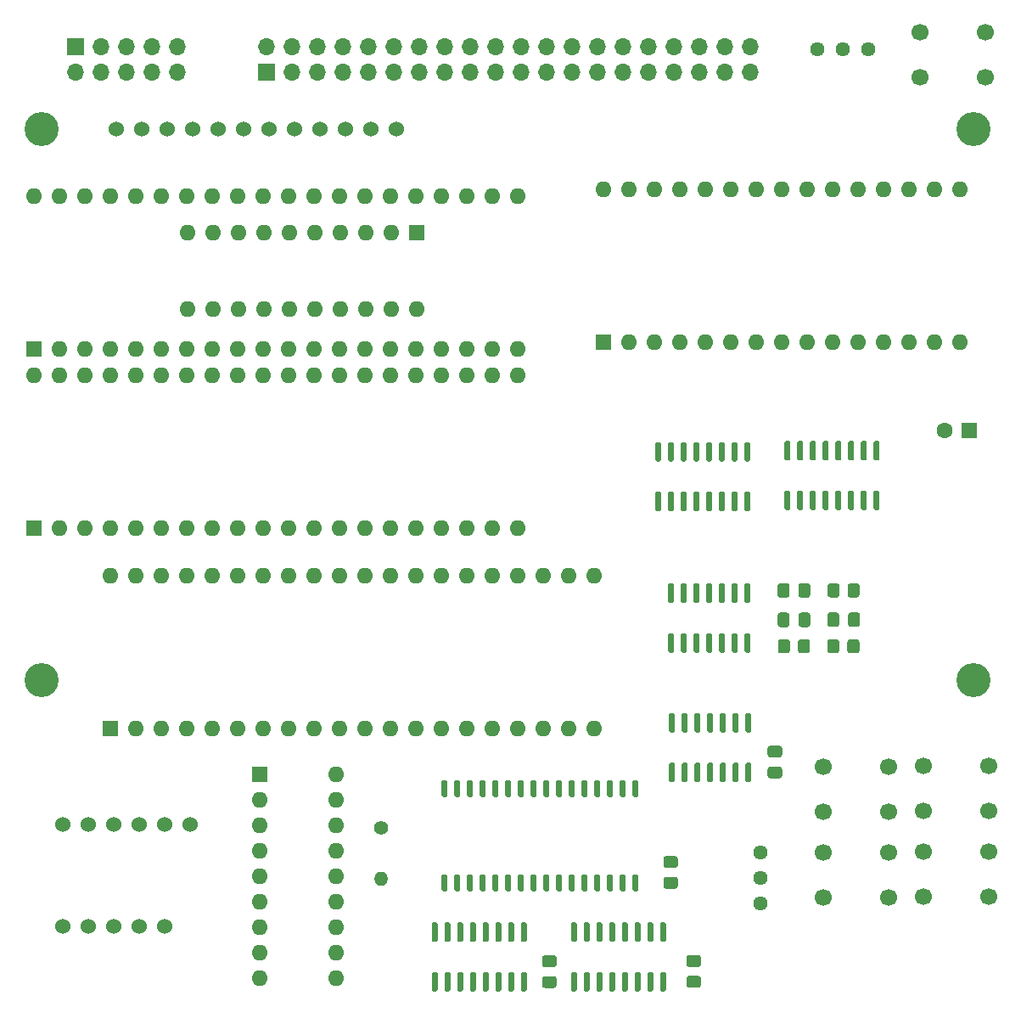
<source format=gbr>
%TF.GenerationSoftware,KiCad,Pcbnew,(5.1.7)-1*%
%TF.CreationDate,2020-12-26T11:55:58+01:00*%
%TF.ProjectId,sbc6526,73626336-3532-4362-9e6b-696361645f70,rev?*%
%TF.SameCoordinates,Original*%
%TF.FileFunction,Soldermask,Top*%
%TF.FilePolarity,Negative*%
%FSLAX46Y46*%
G04 Gerber Fmt 4.6, Leading zero omitted, Abs format (unit mm)*
G04 Created by KiCad (PCBNEW (5.1.7)-1) date 2020-12-26 11:55:58*
%MOMM*%
%LPD*%
G01*
G04 APERTURE LIST*
%ADD10O,1.600000X1.600000*%
%ADD11R,1.600000X1.600000*%
%ADD12C,3.400000*%
%ADD13C,1.524000*%
%ADD14O,1.700000X1.700000*%
%ADD15R,1.700000X1.700000*%
%ADD16C,1.440000*%
%ADD17C,1.600000*%
%ADD18O,1.400000X1.400000*%
%ADD19C,1.400000*%
%ADD20C,1.700000*%
G04 APERTURE END LIST*
D10*
%TO.C,U3*%
X110325000Y-106450000D03*
X158585000Y-121690000D03*
X112865000Y-106450000D03*
X156045000Y-121690000D03*
X115405000Y-106450000D03*
X153505000Y-121690000D03*
X117945000Y-106450000D03*
X150965000Y-121690000D03*
X120485000Y-106450000D03*
X148425000Y-121690000D03*
X123025000Y-106450000D03*
X145885000Y-121690000D03*
X125565000Y-106450000D03*
X143345000Y-121690000D03*
X128105000Y-106450000D03*
X140805000Y-121690000D03*
X130645000Y-106450000D03*
X138265000Y-121690000D03*
X133185000Y-106450000D03*
X135725000Y-121690000D03*
X135725000Y-106450000D03*
X133185000Y-121690000D03*
X138265000Y-106450000D03*
X130645000Y-121690000D03*
X140805000Y-106450000D03*
X128105000Y-121690000D03*
X143345000Y-106450000D03*
X125565000Y-121690000D03*
X145885000Y-106450000D03*
X123025000Y-121690000D03*
X148425000Y-106450000D03*
X120485000Y-121690000D03*
X150965000Y-106450000D03*
X117945000Y-121690000D03*
X153505000Y-106450000D03*
X115405000Y-121690000D03*
X156045000Y-106450000D03*
X112865000Y-121690000D03*
X158585000Y-106450000D03*
D11*
X110325000Y-121690000D03*
%TD*%
D12*
%TO.C,LCD1*%
X196425000Y-61925000D03*
X196425000Y-116925000D03*
X103425000Y-116925000D03*
X103425000Y-61925000D03*
D13*
X138875000Y-61965000D03*
X136335000Y-61965000D03*
X133795000Y-61965000D03*
X131255000Y-61965000D03*
X128715000Y-61965000D03*
X126175000Y-61965000D03*
X123635000Y-61965000D03*
X121095000Y-61965000D03*
X118555000Y-61965000D03*
X116015000Y-61965000D03*
X113475000Y-61965000D03*
X110935000Y-61965000D03*
%TD*%
D10*
%TO.C,U2*%
X102700000Y-86460000D03*
X150960000Y-101700000D03*
X105240000Y-86460000D03*
X148420000Y-101700000D03*
X107780000Y-86460000D03*
X145880000Y-101700000D03*
X110320000Y-86460000D03*
X143340000Y-101700000D03*
X112860000Y-86460000D03*
X140800000Y-101700000D03*
X115400000Y-86460000D03*
X138260000Y-101700000D03*
X117940000Y-86460000D03*
X135720000Y-101700000D03*
X120480000Y-86460000D03*
X133180000Y-101700000D03*
X123020000Y-86460000D03*
X130640000Y-101700000D03*
X125560000Y-86460000D03*
X128100000Y-101700000D03*
X128100000Y-86460000D03*
X125560000Y-101700000D03*
X130640000Y-86460000D03*
X123020000Y-101700000D03*
X133180000Y-86460000D03*
X120480000Y-101700000D03*
X135720000Y-86460000D03*
X117940000Y-101700000D03*
X138260000Y-86460000D03*
X115400000Y-101700000D03*
X140800000Y-86460000D03*
X112860000Y-101700000D03*
X143340000Y-86460000D03*
X110320000Y-101700000D03*
X145880000Y-86460000D03*
X107780000Y-101700000D03*
X148420000Y-86460000D03*
X105240000Y-101700000D03*
X150960000Y-86460000D03*
D11*
X102700000Y-101700000D03*
%TD*%
D14*
%TO.C,EXT6526*%
X174160000Y-53760000D03*
X174160000Y-56300000D03*
X171620000Y-53760000D03*
X171620000Y-56300000D03*
X169080000Y-53760000D03*
X169080000Y-56300000D03*
X166540000Y-53760000D03*
X166540000Y-56300000D03*
X164000000Y-53760000D03*
X164000000Y-56300000D03*
X161460000Y-53760000D03*
X161460000Y-56300000D03*
X158920000Y-53760000D03*
X158920000Y-56300000D03*
X156380000Y-53760000D03*
X156380000Y-56300000D03*
X153840000Y-53760000D03*
X153840000Y-56300000D03*
X151300000Y-53760000D03*
X151300000Y-56300000D03*
X148760000Y-53760000D03*
X148760000Y-56300000D03*
X146220000Y-53760000D03*
X146220000Y-56300000D03*
X143680000Y-53760000D03*
X143680000Y-56300000D03*
X141140000Y-53760000D03*
X141140000Y-56300000D03*
X138600000Y-53760000D03*
X138600000Y-56300000D03*
X136060000Y-53760000D03*
X136060000Y-56300000D03*
X133520000Y-53760000D03*
X133520000Y-56300000D03*
X130980000Y-53760000D03*
X130980000Y-56300000D03*
X128440000Y-53760000D03*
X128440000Y-56300000D03*
X125900000Y-53760000D03*
D15*
X125900000Y-56300000D03*
%TD*%
D13*
%TO.C,LED1*%
X115730000Y-131280000D03*
X113190000Y-131280000D03*
X110650000Y-131280000D03*
X108110000Y-131280000D03*
X105570000Y-131280000D03*
X118270000Y-131280000D03*
X115730000Y-141440000D03*
X113190000Y-141440000D03*
X110650000Y-141440000D03*
X108110000Y-141440000D03*
X105570000Y-141440000D03*
%TD*%
D16*
%TO.C,P1*%
X175133000Y-139192000D03*
X175133000Y-136652000D03*
X175133000Y-134112000D03*
%TD*%
%TO.C,C12*%
G36*
G01*
X183012500Y-110400000D02*
X183012500Y-111350000D01*
G75*
G02*
X182762500Y-111600000I-250000J0D01*
G01*
X182087500Y-111600000D01*
G75*
G02*
X181837500Y-111350000I0J250000D01*
G01*
X181837500Y-110400000D01*
G75*
G02*
X182087500Y-110150000I250000J0D01*
G01*
X182762500Y-110150000D01*
G75*
G02*
X183012500Y-110400000I0J-250000D01*
G01*
G37*
G36*
G01*
X185087500Y-110400000D02*
X185087500Y-111350000D01*
G75*
G02*
X184837500Y-111600000I-250000J0D01*
G01*
X184162500Y-111600000D01*
G75*
G02*
X183912500Y-111350000I0J250000D01*
G01*
X183912500Y-110400000D01*
G75*
G02*
X184162500Y-110150000I250000J0D01*
G01*
X184837500Y-110150000D01*
G75*
G02*
X185087500Y-110400000I0J-250000D01*
G01*
G37*
%TD*%
%TO.C,R13*%
G36*
G01*
X183825000Y-113975001D02*
X183825000Y-113074999D01*
G75*
G02*
X184074999Y-112825000I249999J0D01*
G01*
X184775001Y-112825000D01*
G75*
G02*
X185025000Y-113074999I0J-249999D01*
G01*
X185025000Y-113975001D01*
G75*
G02*
X184775001Y-114225000I-249999J0D01*
G01*
X184074999Y-114225000D01*
G75*
G02*
X183825000Y-113975001I0J249999D01*
G01*
G37*
G36*
G01*
X181825000Y-113975001D02*
X181825000Y-113074999D01*
G75*
G02*
X182074999Y-112825000I249999J0D01*
G01*
X182775001Y-112825000D01*
G75*
G02*
X183025000Y-113074999I0J-249999D01*
G01*
X183025000Y-113975001D01*
G75*
G02*
X182775001Y-114225000I-249999J0D01*
G01*
X182074999Y-114225000D01*
G75*
G02*
X181825000Y-113975001I0J249999D01*
G01*
G37*
%TD*%
%TO.C,R14*%
G36*
G01*
X183050000Y-107499999D02*
X183050000Y-108400001D01*
G75*
G02*
X182800001Y-108650000I-249999J0D01*
G01*
X182099999Y-108650000D01*
G75*
G02*
X181850000Y-108400001I0J249999D01*
G01*
X181850000Y-107499999D01*
G75*
G02*
X182099999Y-107250000I249999J0D01*
G01*
X182800001Y-107250000D01*
G75*
G02*
X183050000Y-107499999I0J-249999D01*
G01*
G37*
G36*
G01*
X185050000Y-107499999D02*
X185050000Y-108400001D01*
G75*
G02*
X184800001Y-108650000I-249999J0D01*
G01*
X184099999Y-108650000D01*
G75*
G02*
X183850000Y-108400001I0J249999D01*
G01*
X183850000Y-107499999D01*
G75*
G02*
X184099999Y-107250000I249999J0D01*
G01*
X184800001Y-107250000D01*
G75*
G02*
X185050000Y-107499999I0J-249999D01*
G01*
G37*
%TD*%
%TO.C,R12*%
G36*
G01*
X178900000Y-113965001D02*
X178900000Y-113064999D01*
G75*
G02*
X179149999Y-112815000I249999J0D01*
G01*
X179850001Y-112815000D01*
G75*
G02*
X180100000Y-113064999I0J-249999D01*
G01*
X180100000Y-113965001D01*
G75*
G02*
X179850001Y-114215000I-249999J0D01*
G01*
X179149999Y-114215000D01*
G75*
G02*
X178900000Y-113965001I0J249999D01*
G01*
G37*
G36*
G01*
X176900000Y-113965001D02*
X176900000Y-113064999D01*
G75*
G02*
X177149999Y-112815000I249999J0D01*
G01*
X177850001Y-112815000D01*
G75*
G02*
X178100000Y-113064999I0J-249999D01*
G01*
X178100000Y-113965001D01*
G75*
G02*
X177850001Y-114215000I-249999J0D01*
G01*
X177149999Y-114215000D01*
G75*
G02*
X176900000Y-113965001I0J249999D01*
G01*
G37*
%TD*%
%TO.C,C4*%
G36*
G01*
X166675000Y-135612500D02*
X165725000Y-135612500D01*
G75*
G02*
X165475000Y-135362500I0J250000D01*
G01*
X165475000Y-134687500D01*
G75*
G02*
X165725000Y-134437500I250000J0D01*
G01*
X166675000Y-134437500D01*
G75*
G02*
X166925000Y-134687500I0J-250000D01*
G01*
X166925000Y-135362500D01*
G75*
G02*
X166675000Y-135612500I-250000J0D01*
G01*
G37*
G36*
G01*
X166675000Y-137687500D02*
X165725000Y-137687500D01*
G75*
G02*
X165475000Y-137437500I0J250000D01*
G01*
X165475000Y-136762500D01*
G75*
G02*
X165725000Y-136512500I250000J0D01*
G01*
X166675000Y-136512500D01*
G75*
G02*
X166925000Y-136762500I0J-250000D01*
G01*
X166925000Y-137437500D01*
G75*
G02*
X166675000Y-137687500I-250000J0D01*
G01*
G37*
%TD*%
%TO.C,C7*%
G36*
G01*
X177075000Y-124612500D02*
X176125000Y-124612500D01*
G75*
G02*
X175875000Y-124362500I0J250000D01*
G01*
X175875000Y-123687500D01*
G75*
G02*
X176125000Y-123437500I250000J0D01*
G01*
X177075000Y-123437500D01*
G75*
G02*
X177325000Y-123687500I0J-250000D01*
G01*
X177325000Y-124362500D01*
G75*
G02*
X177075000Y-124612500I-250000J0D01*
G01*
G37*
G36*
G01*
X177075000Y-126687500D02*
X176125000Y-126687500D01*
G75*
G02*
X175875000Y-126437500I0J250000D01*
G01*
X175875000Y-125762500D01*
G75*
G02*
X176125000Y-125512500I250000J0D01*
G01*
X177075000Y-125512500D01*
G75*
G02*
X177325000Y-125762500I0J-250000D01*
G01*
X177325000Y-126437500D01*
G75*
G02*
X177075000Y-126687500I-250000J0D01*
G01*
G37*
%TD*%
%TO.C,C8*%
G36*
G01*
X178960000Y-111360000D02*
X178960000Y-110410000D01*
G75*
G02*
X179210000Y-110160000I250000J0D01*
G01*
X179885000Y-110160000D01*
G75*
G02*
X180135000Y-110410000I0J-250000D01*
G01*
X180135000Y-111360000D01*
G75*
G02*
X179885000Y-111610000I-250000J0D01*
G01*
X179210000Y-111610000D01*
G75*
G02*
X178960000Y-111360000I0J250000D01*
G01*
G37*
G36*
G01*
X176885000Y-111360000D02*
X176885000Y-110410000D01*
G75*
G02*
X177135000Y-110160000I250000J0D01*
G01*
X177810000Y-110160000D01*
G75*
G02*
X178060000Y-110410000I0J-250000D01*
G01*
X178060000Y-111360000D01*
G75*
G02*
X177810000Y-111610000I-250000J0D01*
G01*
X177135000Y-111610000D01*
G75*
G02*
X176885000Y-111360000I0J250000D01*
G01*
G37*
%TD*%
%TO.C,C9*%
G36*
G01*
X154575000Y-145512500D02*
X153625000Y-145512500D01*
G75*
G02*
X153375000Y-145262500I0J250000D01*
G01*
X153375000Y-144587500D01*
G75*
G02*
X153625000Y-144337500I250000J0D01*
G01*
X154575000Y-144337500D01*
G75*
G02*
X154825000Y-144587500I0J-250000D01*
G01*
X154825000Y-145262500D01*
G75*
G02*
X154575000Y-145512500I-250000J0D01*
G01*
G37*
G36*
G01*
X154575000Y-147587500D02*
X153625000Y-147587500D01*
G75*
G02*
X153375000Y-147337500I0J250000D01*
G01*
X153375000Y-146662500D01*
G75*
G02*
X153625000Y-146412500I250000J0D01*
G01*
X154575000Y-146412500D01*
G75*
G02*
X154825000Y-146662500I0J-250000D01*
G01*
X154825000Y-147337500D01*
G75*
G02*
X154575000Y-147587500I-250000J0D01*
G01*
G37*
%TD*%
%TO.C,C10*%
G36*
G01*
X168975000Y-145487500D02*
X168025000Y-145487500D01*
G75*
G02*
X167775000Y-145237500I0J250000D01*
G01*
X167775000Y-144562500D01*
G75*
G02*
X168025000Y-144312500I250000J0D01*
G01*
X168975000Y-144312500D01*
G75*
G02*
X169225000Y-144562500I0J-250000D01*
G01*
X169225000Y-145237500D01*
G75*
G02*
X168975000Y-145487500I-250000J0D01*
G01*
G37*
G36*
G01*
X168975000Y-147562500D02*
X168025000Y-147562500D01*
G75*
G02*
X167775000Y-147312500I0J250000D01*
G01*
X167775000Y-146637500D01*
G75*
G02*
X168025000Y-146387500I250000J0D01*
G01*
X168975000Y-146387500D01*
G75*
G02*
X169225000Y-146637500I0J-250000D01*
G01*
X169225000Y-147312500D01*
G75*
G02*
X168975000Y-147562500I-250000J0D01*
G01*
G37*
%TD*%
%TO.C,C13*%
G36*
G01*
X178950000Y-108425000D02*
X178950000Y-107475000D01*
G75*
G02*
X179200000Y-107225000I250000J0D01*
G01*
X179875000Y-107225000D01*
G75*
G02*
X180125000Y-107475000I0J-250000D01*
G01*
X180125000Y-108425000D01*
G75*
G02*
X179875000Y-108675000I-250000J0D01*
G01*
X179200000Y-108675000D01*
G75*
G02*
X178950000Y-108425000I0J250000D01*
G01*
G37*
G36*
G01*
X176875000Y-108425000D02*
X176875000Y-107475000D01*
G75*
G02*
X177125000Y-107225000I250000J0D01*
G01*
X177800000Y-107225000D01*
G75*
G02*
X178050000Y-107475000I0J-250000D01*
G01*
X178050000Y-108425000D01*
G75*
G02*
X177800000Y-108675000I-250000J0D01*
G01*
X177125000Y-108675000D01*
G75*
G02*
X176875000Y-108425000I0J250000D01*
G01*
G37*
%TD*%
D17*
%TO.C,C14*%
X193500000Y-92000000D03*
D11*
X196000000Y-92000000D03*
%TD*%
D10*
%TO.C,NANO1*%
X195060000Y-67960000D03*
X195060000Y-83200000D03*
X159500000Y-67960000D03*
X192520000Y-83200000D03*
X162040000Y-67960000D03*
X189980000Y-83200000D03*
X164580000Y-67960000D03*
X187440000Y-83200000D03*
X167120000Y-67960000D03*
X184900000Y-83200000D03*
X169660000Y-67960000D03*
X182360000Y-83200000D03*
X172200000Y-67960000D03*
X179820000Y-83200000D03*
X174740000Y-67960000D03*
X177280000Y-83200000D03*
X177280000Y-67960000D03*
X174740000Y-83200000D03*
X179820000Y-67960000D03*
X172200000Y-83200000D03*
X182360000Y-67960000D03*
X169660000Y-83200000D03*
X184900000Y-67960000D03*
X167120000Y-83200000D03*
X187440000Y-67960000D03*
X164580000Y-83200000D03*
X189980000Y-67960000D03*
X162040000Y-83200000D03*
X192520000Y-67960000D03*
D11*
X159500000Y-83200000D03*
%TD*%
D16*
%TO.C,P2*%
X180820000Y-54000000D03*
X183360000Y-54000000D03*
X185900000Y-54000000D03*
%TD*%
D10*
%TO.C,PIC1*%
X132820000Y-126300000D03*
X125200000Y-146620000D03*
X132820000Y-128840000D03*
X125200000Y-144080000D03*
X132820000Y-131380000D03*
X125200000Y-141540000D03*
X132820000Y-133920000D03*
X125200000Y-139000000D03*
X132820000Y-136460000D03*
X125200000Y-136460000D03*
X132820000Y-139000000D03*
X125200000Y-133920000D03*
X132820000Y-141540000D03*
X125200000Y-131380000D03*
X132820000Y-144080000D03*
X125200000Y-128840000D03*
X132820000Y-146620000D03*
D11*
X125200000Y-126300000D03*
%TD*%
%TO.C,U4*%
G36*
G01*
X162545000Y-126850000D02*
X162845000Y-126850000D01*
G75*
G02*
X162995000Y-127000000I0J-150000D01*
G01*
X162995000Y-128400000D01*
G75*
G02*
X162845000Y-128550000I-150000J0D01*
G01*
X162545000Y-128550000D01*
G75*
G02*
X162395000Y-128400000I0J150000D01*
G01*
X162395000Y-127000000D01*
G75*
G02*
X162545000Y-126850000I150000J0D01*
G01*
G37*
G36*
G01*
X161275000Y-126850000D02*
X161575000Y-126850000D01*
G75*
G02*
X161725000Y-127000000I0J-150000D01*
G01*
X161725000Y-128400000D01*
G75*
G02*
X161575000Y-128550000I-150000J0D01*
G01*
X161275000Y-128550000D01*
G75*
G02*
X161125000Y-128400000I0J150000D01*
G01*
X161125000Y-127000000D01*
G75*
G02*
X161275000Y-126850000I150000J0D01*
G01*
G37*
G36*
G01*
X160005000Y-126850000D02*
X160305000Y-126850000D01*
G75*
G02*
X160455000Y-127000000I0J-150000D01*
G01*
X160455000Y-128400000D01*
G75*
G02*
X160305000Y-128550000I-150000J0D01*
G01*
X160005000Y-128550000D01*
G75*
G02*
X159855000Y-128400000I0J150000D01*
G01*
X159855000Y-127000000D01*
G75*
G02*
X160005000Y-126850000I150000J0D01*
G01*
G37*
G36*
G01*
X158735000Y-126850000D02*
X159035000Y-126850000D01*
G75*
G02*
X159185000Y-127000000I0J-150000D01*
G01*
X159185000Y-128400000D01*
G75*
G02*
X159035000Y-128550000I-150000J0D01*
G01*
X158735000Y-128550000D01*
G75*
G02*
X158585000Y-128400000I0J150000D01*
G01*
X158585000Y-127000000D01*
G75*
G02*
X158735000Y-126850000I150000J0D01*
G01*
G37*
G36*
G01*
X157465000Y-126850000D02*
X157765000Y-126850000D01*
G75*
G02*
X157915000Y-127000000I0J-150000D01*
G01*
X157915000Y-128400000D01*
G75*
G02*
X157765000Y-128550000I-150000J0D01*
G01*
X157465000Y-128550000D01*
G75*
G02*
X157315000Y-128400000I0J150000D01*
G01*
X157315000Y-127000000D01*
G75*
G02*
X157465000Y-126850000I150000J0D01*
G01*
G37*
G36*
G01*
X156195000Y-126850000D02*
X156495000Y-126850000D01*
G75*
G02*
X156645000Y-127000000I0J-150000D01*
G01*
X156645000Y-128400000D01*
G75*
G02*
X156495000Y-128550000I-150000J0D01*
G01*
X156195000Y-128550000D01*
G75*
G02*
X156045000Y-128400000I0J150000D01*
G01*
X156045000Y-127000000D01*
G75*
G02*
X156195000Y-126850000I150000J0D01*
G01*
G37*
G36*
G01*
X154925000Y-126850000D02*
X155225000Y-126850000D01*
G75*
G02*
X155375000Y-127000000I0J-150000D01*
G01*
X155375000Y-128400000D01*
G75*
G02*
X155225000Y-128550000I-150000J0D01*
G01*
X154925000Y-128550000D01*
G75*
G02*
X154775000Y-128400000I0J150000D01*
G01*
X154775000Y-127000000D01*
G75*
G02*
X154925000Y-126850000I150000J0D01*
G01*
G37*
G36*
G01*
X153655000Y-126850000D02*
X153955000Y-126850000D01*
G75*
G02*
X154105000Y-127000000I0J-150000D01*
G01*
X154105000Y-128400000D01*
G75*
G02*
X153955000Y-128550000I-150000J0D01*
G01*
X153655000Y-128550000D01*
G75*
G02*
X153505000Y-128400000I0J150000D01*
G01*
X153505000Y-127000000D01*
G75*
G02*
X153655000Y-126850000I150000J0D01*
G01*
G37*
G36*
G01*
X152385000Y-126850000D02*
X152685000Y-126850000D01*
G75*
G02*
X152835000Y-127000000I0J-150000D01*
G01*
X152835000Y-128400000D01*
G75*
G02*
X152685000Y-128550000I-150000J0D01*
G01*
X152385000Y-128550000D01*
G75*
G02*
X152235000Y-128400000I0J150000D01*
G01*
X152235000Y-127000000D01*
G75*
G02*
X152385000Y-126850000I150000J0D01*
G01*
G37*
G36*
G01*
X151115000Y-126850000D02*
X151415000Y-126850000D01*
G75*
G02*
X151565000Y-127000000I0J-150000D01*
G01*
X151565000Y-128400000D01*
G75*
G02*
X151415000Y-128550000I-150000J0D01*
G01*
X151115000Y-128550000D01*
G75*
G02*
X150965000Y-128400000I0J150000D01*
G01*
X150965000Y-127000000D01*
G75*
G02*
X151115000Y-126850000I150000J0D01*
G01*
G37*
G36*
G01*
X149845000Y-126850000D02*
X150145000Y-126850000D01*
G75*
G02*
X150295000Y-127000000I0J-150000D01*
G01*
X150295000Y-128400000D01*
G75*
G02*
X150145000Y-128550000I-150000J0D01*
G01*
X149845000Y-128550000D01*
G75*
G02*
X149695000Y-128400000I0J150000D01*
G01*
X149695000Y-127000000D01*
G75*
G02*
X149845000Y-126850000I150000J0D01*
G01*
G37*
G36*
G01*
X148575000Y-126850000D02*
X148875000Y-126850000D01*
G75*
G02*
X149025000Y-127000000I0J-150000D01*
G01*
X149025000Y-128400000D01*
G75*
G02*
X148875000Y-128550000I-150000J0D01*
G01*
X148575000Y-128550000D01*
G75*
G02*
X148425000Y-128400000I0J150000D01*
G01*
X148425000Y-127000000D01*
G75*
G02*
X148575000Y-126850000I150000J0D01*
G01*
G37*
G36*
G01*
X147305000Y-126850000D02*
X147605000Y-126850000D01*
G75*
G02*
X147755000Y-127000000I0J-150000D01*
G01*
X147755000Y-128400000D01*
G75*
G02*
X147605000Y-128550000I-150000J0D01*
G01*
X147305000Y-128550000D01*
G75*
G02*
X147155000Y-128400000I0J150000D01*
G01*
X147155000Y-127000000D01*
G75*
G02*
X147305000Y-126850000I150000J0D01*
G01*
G37*
G36*
G01*
X146035000Y-126850000D02*
X146335000Y-126850000D01*
G75*
G02*
X146485000Y-127000000I0J-150000D01*
G01*
X146485000Y-128400000D01*
G75*
G02*
X146335000Y-128550000I-150000J0D01*
G01*
X146035000Y-128550000D01*
G75*
G02*
X145885000Y-128400000I0J150000D01*
G01*
X145885000Y-127000000D01*
G75*
G02*
X146035000Y-126850000I150000J0D01*
G01*
G37*
G36*
G01*
X144765000Y-126850000D02*
X145065000Y-126850000D01*
G75*
G02*
X145215000Y-127000000I0J-150000D01*
G01*
X145215000Y-128400000D01*
G75*
G02*
X145065000Y-128550000I-150000J0D01*
G01*
X144765000Y-128550000D01*
G75*
G02*
X144615000Y-128400000I0J150000D01*
G01*
X144615000Y-127000000D01*
G75*
G02*
X144765000Y-126850000I150000J0D01*
G01*
G37*
G36*
G01*
X143495000Y-126850000D02*
X143795000Y-126850000D01*
G75*
G02*
X143945000Y-127000000I0J-150000D01*
G01*
X143945000Y-128400000D01*
G75*
G02*
X143795000Y-128550000I-150000J0D01*
G01*
X143495000Y-128550000D01*
G75*
G02*
X143345000Y-128400000I0J150000D01*
G01*
X143345000Y-127000000D01*
G75*
G02*
X143495000Y-126850000I150000J0D01*
G01*
G37*
G36*
G01*
X143495000Y-136250000D02*
X143795000Y-136250000D01*
G75*
G02*
X143945000Y-136400000I0J-150000D01*
G01*
X143945000Y-137800000D01*
G75*
G02*
X143795000Y-137950000I-150000J0D01*
G01*
X143495000Y-137950000D01*
G75*
G02*
X143345000Y-137800000I0J150000D01*
G01*
X143345000Y-136400000D01*
G75*
G02*
X143495000Y-136250000I150000J0D01*
G01*
G37*
G36*
G01*
X144765000Y-136250000D02*
X145065000Y-136250000D01*
G75*
G02*
X145215000Y-136400000I0J-150000D01*
G01*
X145215000Y-137800000D01*
G75*
G02*
X145065000Y-137950000I-150000J0D01*
G01*
X144765000Y-137950000D01*
G75*
G02*
X144615000Y-137800000I0J150000D01*
G01*
X144615000Y-136400000D01*
G75*
G02*
X144765000Y-136250000I150000J0D01*
G01*
G37*
G36*
G01*
X146035000Y-136250000D02*
X146335000Y-136250000D01*
G75*
G02*
X146485000Y-136400000I0J-150000D01*
G01*
X146485000Y-137800000D01*
G75*
G02*
X146335000Y-137950000I-150000J0D01*
G01*
X146035000Y-137950000D01*
G75*
G02*
X145885000Y-137800000I0J150000D01*
G01*
X145885000Y-136400000D01*
G75*
G02*
X146035000Y-136250000I150000J0D01*
G01*
G37*
G36*
G01*
X147305000Y-136250000D02*
X147605000Y-136250000D01*
G75*
G02*
X147755000Y-136400000I0J-150000D01*
G01*
X147755000Y-137800000D01*
G75*
G02*
X147605000Y-137950000I-150000J0D01*
G01*
X147305000Y-137950000D01*
G75*
G02*
X147155000Y-137800000I0J150000D01*
G01*
X147155000Y-136400000D01*
G75*
G02*
X147305000Y-136250000I150000J0D01*
G01*
G37*
G36*
G01*
X148575000Y-136250000D02*
X148875000Y-136250000D01*
G75*
G02*
X149025000Y-136400000I0J-150000D01*
G01*
X149025000Y-137800000D01*
G75*
G02*
X148875000Y-137950000I-150000J0D01*
G01*
X148575000Y-137950000D01*
G75*
G02*
X148425000Y-137800000I0J150000D01*
G01*
X148425000Y-136400000D01*
G75*
G02*
X148575000Y-136250000I150000J0D01*
G01*
G37*
G36*
G01*
X149845000Y-136250000D02*
X150145000Y-136250000D01*
G75*
G02*
X150295000Y-136400000I0J-150000D01*
G01*
X150295000Y-137800000D01*
G75*
G02*
X150145000Y-137950000I-150000J0D01*
G01*
X149845000Y-137950000D01*
G75*
G02*
X149695000Y-137800000I0J150000D01*
G01*
X149695000Y-136400000D01*
G75*
G02*
X149845000Y-136250000I150000J0D01*
G01*
G37*
G36*
G01*
X151115000Y-136250000D02*
X151415000Y-136250000D01*
G75*
G02*
X151565000Y-136400000I0J-150000D01*
G01*
X151565000Y-137800000D01*
G75*
G02*
X151415000Y-137950000I-150000J0D01*
G01*
X151115000Y-137950000D01*
G75*
G02*
X150965000Y-137800000I0J150000D01*
G01*
X150965000Y-136400000D01*
G75*
G02*
X151115000Y-136250000I150000J0D01*
G01*
G37*
G36*
G01*
X152385000Y-136250000D02*
X152685000Y-136250000D01*
G75*
G02*
X152835000Y-136400000I0J-150000D01*
G01*
X152835000Y-137800000D01*
G75*
G02*
X152685000Y-137950000I-150000J0D01*
G01*
X152385000Y-137950000D01*
G75*
G02*
X152235000Y-137800000I0J150000D01*
G01*
X152235000Y-136400000D01*
G75*
G02*
X152385000Y-136250000I150000J0D01*
G01*
G37*
G36*
G01*
X153655000Y-136250000D02*
X153955000Y-136250000D01*
G75*
G02*
X154105000Y-136400000I0J-150000D01*
G01*
X154105000Y-137800000D01*
G75*
G02*
X153955000Y-137950000I-150000J0D01*
G01*
X153655000Y-137950000D01*
G75*
G02*
X153505000Y-137800000I0J150000D01*
G01*
X153505000Y-136400000D01*
G75*
G02*
X153655000Y-136250000I150000J0D01*
G01*
G37*
G36*
G01*
X154925000Y-136250000D02*
X155225000Y-136250000D01*
G75*
G02*
X155375000Y-136400000I0J-150000D01*
G01*
X155375000Y-137800000D01*
G75*
G02*
X155225000Y-137950000I-150000J0D01*
G01*
X154925000Y-137950000D01*
G75*
G02*
X154775000Y-137800000I0J150000D01*
G01*
X154775000Y-136400000D01*
G75*
G02*
X154925000Y-136250000I150000J0D01*
G01*
G37*
G36*
G01*
X156195000Y-136250000D02*
X156495000Y-136250000D01*
G75*
G02*
X156645000Y-136400000I0J-150000D01*
G01*
X156645000Y-137800000D01*
G75*
G02*
X156495000Y-137950000I-150000J0D01*
G01*
X156195000Y-137950000D01*
G75*
G02*
X156045000Y-137800000I0J150000D01*
G01*
X156045000Y-136400000D01*
G75*
G02*
X156195000Y-136250000I150000J0D01*
G01*
G37*
G36*
G01*
X157465000Y-136250000D02*
X157765000Y-136250000D01*
G75*
G02*
X157915000Y-136400000I0J-150000D01*
G01*
X157915000Y-137800000D01*
G75*
G02*
X157765000Y-137950000I-150000J0D01*
G01*
X157465000Y-137950000D01*
G75*
G02*
X157315000Y-137800000I0J150000D01*
G01*
X157315000Y-136400000D01*
G75*
G02*
X157465000Y-136250000I150000J0D01*
G01*
G37*
G36*
G01*
X158735000Y-136250000D02*
X159035000Y-136250000D01*
G75*
G02*
X159185000Y-136400000I0J-150000D01*
G01*
X159185000Y-137800000D01*
G75*
G02*
X159035000Y-137950000I-150000J0D01*
G01*
X158735000Y-137950000D01*
G75*
G02*
X158585000Y-137800000I0J150000D01*
G01*
X158585000Y-136400000D01*
G75*
G02*
X158735000Y-136250000I150000J0D01*
G01*
G37*
G36*
G01*
X160005000Y-136250000D02*
X160305000Y-136250000D01*
G75*
G02*
X160455000Y-136400000I0J-150000D01*
G01*
X160455000Y-137800000D01*
G75*
G02*
X160305000Y-137950000I-150000J0D01*
G01*
X160005000Y-137950000D01*
G75*
G02*
X159855000Y-137800000I0J150000D01*
G01*
X159855000Y-136400000D01*
G75*
G02*
X160005000Y-136250000I150000J0D01*
G01*
G37*
G36*
G01*
X161275000Y-136250000D02*
X161575000Y-136250000D01*
G75*
G02*
X161725000Y-136400000I0J-150000D01*
G01*
X161725000Y-137800000D01*
G75*
G02*
X161575000Y-137950000I-150000J0D01*
G01*
X161275000Y-137950000D01*
G75*
G02*
X161125000Y-137800000I0J150000D01*
G01*
X161125000Y-136400000D01*
G75*
G02*
X161275000Y-136250000I150000J0D01*
G01*
G37*
G36*
G01*
X162545000Y-136250000D02*
X162845000Y-136250000D01*
G75*
G02*
X162995000Y-136400000I0J-150000D01*
G01*
X162995000Y-137800000D01*
G75*
G02*
X162845000Y-137950000I-150000J0D01*
G01*
X162545000Y-137950000D01*
G75*
G02*
X162395000Y-137800000I0J150000D01*
G01*
X162395000Y-136400000D01*
G75*
G02*
X162545000Y-136250000I150000J0D01*
G01*
G37*
%TD*%
%TO.C,U5*%
G36*
G01*
X165105000Y-95100000D02*
X164805000Y-95100000D01*
G75*
G02*
X164655000Y-94950000I0J150000D01*
G01*
X164655000Y-93300000D01*
G75*
G02*
X164805000Y-93150000I150000J0D01*
G01*
X165105000Y-93150000D01*
G75*
G02*
X165255000Y-93300000I0J-150000D01*
G01*
X165255000Y-94950000D01*
G75*
G02*
X165105000Y-95100000I-150000J0D01*
G01*
G37*
G36*
G01*
X166375000Y-95100000D02*
X166075000Y-95100000D01*
G75*
G02*
X165925000Y-94950000I0J150000D01*
G01*
X165925000Y-93300000D01*
G75*
G02*
X166075000Y-93150000I150000J0D01*
G01*
X166375000Y-93150000D01*
G75*
G02*
X166525000Y-93300000I0J-150000D01*
G01*
X166525000Y-94950000D01*
G75*
G02*
X166375000Y-95100000I-150000J0D01*
G01*
G37*
G36*
G01*
X167645000Y-95100000D02*
X167345000Y-95100000D01*
G75*
G02*
X167195000Y-94950000I0J150000D01*
G01*
X167195000Y-93300000D01*
G75*
G02*
X167345000Y-93150000I150000J0D01*
G01*
X167645000Y-93150000D01*
G75*
G02*
X167795000Y-93300000I0J-150000D01*
G01*
X167795000Y-94950000D01*
G75*
G02*
X167645000Y-95100000I-150000J0D01*
G01*
G37*
G36*
G01*
X168915000Y-95100000D02*
X168615000Y-95100000D01*
G75*
G02*
X168465000Y-94950000I0J150000D01*
G01*
X168465000Y-93300000D01*
G75*
G02*
X168615000Y-93150000I150000J0D01*
G01*
X168915000Y-93150000D01*
G75*
G02*
X169065000Y-93300000I0J-150000D01*
G01*
X169065000Y-94950000D01*
G75*
G02*
X168915000Y-95100000I-150000J0D01*
G01*
G37*
G36*
G01*
X170185000Y-95100000D02*
X169885000Y-95100000D01*
G75*
G02*
X169735000Y-94950000I0J150000D01*
G01*
X169735000Y-93300000D01*
G75*
G02*
X169885000Y-93150000I150000J0D01*
G01*
X170185000Y-93150000D01*
G75*
G02*
X170335000Y-93300000I0J-150000D01*
G01*
X170335000Y-94950000D01*
G75*
G02*
X170185000Y-95100000I-150000J0D01*
G01*
G37*
G36*
G01*
X171455000Y-95100000D02*
X171155000Y-95100000D01*
G75*
G02*
X171005000Y-94950000I0J150000D01*
G01*
X171005000Y-93300000D01*
G75*
G02*
X171155000Y-93150000I150000J0D01*
G01*
X171455000Y-93150000D01*
G75*
G02*
X171605000Y-93300000I0J-150000D01*
G01*
X171605000Y-94950000D01*
G75*
G02*
X171455000Y-95100000I-150000J0D01*
G01*
G37*
G36*
G01*
X172725000Y-95100000D02*
X172425000Y-95100000D01*
G75*
G02*
X172275000Y-94950000I0J150000D01*
G01*
X172275000Y-93300000D01*
G75*
G02*
X172425000Y-93150000I150000J0D01*
G01*
X172725000Y-93150000D01*
G75*
G02*
X172875000Y-93300000I0J-150000D01*
G01*
X172875000Y-94950000D01*
G75*
G02*
X172725000Y-95100000I-150000J0D01*
G01*
G37*
G36*
G01*
X173995000Y-95100000D02*
X173695000Y-95100000D01*
G75*
G02*
X173545000Y-94950000I0J150000D01*
G01*
X173545000Y-93300000D01*
G75*
G02*
X173695000Y-93150000I150000J0D01*
G01*
X173995000Y-93150000D01*
G75*
G02*
X174145000Y-93300000I0J-150000D01*
G01*
X174145000Y-94950000D01*
G75*
G02*
X173995000Y-95100000I-150000J0D01*
G01*
G37*
G36*
G01*
X173995000Y-100050000D02*
X173695000Y-100050000D01*
G75*
G02*
X173545000Y-99900000I0J150000D01*
G01*
X173545000Y-98250000D01*
G75*
G02*
X173695000Y-98100000I150000J0D01*
G01*
X173995000Y-98100000D01*
G75*
G02*
X174145000Y-98250000I0J-150000D01*
G01*
X174145000Y-99900000D01*
G75*
G02*
X173995000Y-100050000I-150000J0D01*
G01*
G37*
G36*
G01*
X172725000Y-100050000D02*
X172425000Y-100050000D01*
G75*
G02*
X172275000Y-99900000I0J150000D01*
G01*
X172275000Y-98250000D01*
G75*
G02*
X172425000Y-98100000I150000J0D01*
G01*
X172725000Y-98100000D01*
G75*
G02*
X172875000Y-98250000I0J-150000D01*
G01*
X172875000Y-99900000D01*
G75*
G02*
X172725000Y-100050000I-150000J0D01*
G01*
G37*
G36*
G01*
X171455000Y-100050000D02*
X171155000Y-100050000D01*
G75*
G02*
X171005000Y-99900000I0J150000D01*
G01*
X171005000Y-98250000D01*
G75*
G02*
X171155000Y-98100000I150000J0D01*
G01*
X171455000Y-98100000D01*
G75*
G02*
X171605000Y-98250000I0J-150000D01*
G01*
X171605000Y-99900000D01*
G75*
G02*
X171455000Y-100050000I-150000J0D01*
G01*
G37*
G36*
G01*
X170185000Y-100050000D02*
X169885000Y-100050000D01*
G75*
G02*
X169735000Y-99900000I0J150000D01*
G01*
X169735000Y-98250000D01*
G75*
G02*
X169885000Y-98100000I150000J0D01*
G01*
X170185000Y-98100000D01*
G75*
G02*
X170335000Y-98250000I0J-150000D01*
G01*
X170335000Y-99900000D01*
G75*
G02*
X170185000Y-100050000I-150000J0D01*
G01*
G37*
G36*
G01*
X168915000Y-100050000D02*
X168615000Y-100050000D01*
G75*
G02*
X168465000Y-99900000I0J150000D01*
G01*
X168465000Y-98250000D01*
G75*
G02*
X168615000Y-98100000I150000J0D01*
G01*
X168915000Y-98100000D01*
G75*
G02*
X169065000Y-98250000I0J-150000D01*
G01*
X169065000Y-99900000D01*
G75*
G02*
X168915000Y-100050000I-150000J0D01*
G01*
G37*
G36*
G01*
X167645000Y-100050000D02*
X167345000Y-100050000D01*
G75*
G02*
X167195000Y-99900000I0J150000D01*
G01*
X167195000Y-98250000D01*
G75*
G02*
X167345000Y-98100000I150000J0D01*
G01*
X167645000Y-98100000D01*
G75*
G02*
X167795000Y-98250000I0J-150000D01*
G01*
X167795000Y-99900000D01*
G75*
G02*
X167645000Y-100050000I-150000J0D01*
G01*
G37*
G36*
G01*
X166375000Y-100050000D02*
X166075000Y-100050000D01*
G75*
G02*
X165925000Y-99900000I0J150000D01*
G01*
X165925000Y-98250000D01*
G75*
G02*
X166075000Y-98100000I150000J0D01*
G01*
X166375000Y-98100000D01*
G75*
G02*
X166525000Y-98250000I0J-150000D01*
G01*
X166525000Y-99900000D01*
G75*
G02*
X166375000Y-100050000I-150000J0D01*
G01*
G37*
G36*
G01*
X165105000Y-100050000D02*
X164805000Y-100050000D01*
G75*
G02*
X164655000Y-99900000I0J150000D01*
G01*
X164655000Y-98250000D01*
G75*
G02*
X164805000Y-98100000I150000J0D01*
G01*
X165105000Y-98100000D01*
G75*
G02*
X165255000Y-98250000I0J-150000D01*
G01*
X165255000Y-99900000D01*
G75*
G02*
X165105000Y-100050000I-150000J0D01*
G01*
G37*
%TD*%
%TO.C,U6*%
G36*
G01*
X178005000Y-95000000D02*
X177705000Y-95000000D01*
G75*
G02*
X177555000Y-94850000I0J150000D01*
G01*
X177555000Y-93200000D01*
G75*
G02*
X177705000Y-93050000I150000J0D01*
G01*
X178005000Y-93050000D01*
G75*
G02*
X178155000Y-93200000I0J-150000D01*
G01*
X178155000Y-94850000D01*
G75*
G02*
X178005000Y-95000000I-150000J0D01*
G01*
G37*
G36*
G01*
X179275000Y-95000000D02*
X178975000Y-95000000D01*
G75*
G02*
X178825000Y-94850000I0J150000D01*
G01*
X178825000Y-93200000D01*
G75*
G02*
X178975000Y-93050000I150000J0D01*
G01*
X179275000Y-93050000D01*
G75*
G02*
X179425000Y-93200000I0J-150000D01*
G01*
X179425000Y-94850000D01*
G75*
G02*
X179275000Y-95000000I-150000J0D01*
G01*
G37*
G36*
G01*
X180545000Y-95000000D02*
X180245000Y-95000000D01*
G75*
G02*
X180095000Y-94850000I0J150000D01*
G01*
X180095000Y-93200000D01*
G75*
G02*
X180245000Y-93050000I150000J0D01*
G01*
X180545000Y-93050000D01*
G75*
G02*
X180695000Y-93200000I0J-150000D01*
G01*
X180695000Y-94850000D01*
G75*
G02*
X180545000Y-95000000I-150000J0D01*
G01*
G37*
G36*
G01*
X181815000Y-95000000D02*
X181515000Y-95000000D01*
G75*
G02*
X181365000Y-94850000I0J150000D01*
G01*
X181365000Y-93200000D01*
G75*
G02*
X181515000Y-93050000I150000J0D01*
G01*
X181815000Y-93050000D01*
G75*
G02*
X181965000Y-93200000I0J-150000D01*
G01*
X181965000Y-94850000D01*
G75*
G02*
X181815000Y-95000000I-150000J0D01*
G01*
G37*
G36*
G01*
X183085000Y-95000000D02*
X182785000Y-95000000D01*
G75*
G02*
X182635000Y-94850000I0J150000D01*
G01*
X182635000Y-93200000D01*
G75*
G02*
X182785000Y-93050000I150000J0D01*
G01*
X183085000Y-93050000D01*
G75*
G02*
X183235000Y-93200000I0J-150000D01*
G01*
X183235000Y-94850000D01*
G75*
G02*
X183085000Y-95000000I-150000J0D01*
G01*
G37*
G36*
G01*
X184355000Y-95000000D02*
X184055000Y-95000000D01*
G75*
G02*
X183905000Y-94850000I0J150000D01*
G01*
X183905000Y-93200000D01*
G75*
G02*
X184055000Y-93050000I150000J0D01*
G01*
X184355000Y-93050000D01*
G75*
G02*
X184505000Y-93200000I0J-150000D01*
G01*
X184505000Y-94850000D01*
G75*
G02*
X184355000Y-95000000I-150000J0D01*
G01*
G37*
G36*
G01*
X185625000Y-95000000D02*
X185325000Y-95000000D01*
G75*
G02*
X185175000Y-94850000I0J150000D01*
G01*
X185175000Y-93200000D01*
G75*
G02*
X185325000Y-93050000I150000J0D01*
G01*
X185625000Y-93050000D01*
G75*
G02*
X185775000Y-93200000I0J-150000D01*
G01*
X185775000Y-94850000D01*
G75*
G02*
X185625000Y-95000000I-150000J0D01*
G01*
G37*
G36*
G01*
X186895000Y-95000000D02*
X186595000Y-95000000D01*
G75*
G02*
X186445000Y-94850000I0J150000D01*
G01*
X186445000Y-93200000D01*
G75*
G02*
X186595000Y-93050000I150000J0D01*
G01*
X186895000Y-93050000D01*
G75*
G02*
X187045000Y-93200000I0J-150000D01*
G01*
X187045000Y-94850000D01*
G75*
G02*
X186895000Y-95000000I-150000J0D01*
G01*
G37*
G36*
G01*
X186895000Y-99950000D02*
X186595000Y-99950000D01*
G75*
G02*
X186445000Y-99800000I0J150000D01*
G01*
X186445000Y-98150000D01*
G75*
G02*
X186595000Y-98000000I150000J0D01*
G01*
X186895000Y-98000000D01*
G75*
G02*
X187045000Y-98150000I0J-150000D01*
G01*
X187045000Y-99800000D01*
G75*
G02*
X186895000Y-99950000I-150000J0D01*
G01*
G37*
G36*
G01*
X185625000Y-99950000D02*
X185325000Y-99950000D01*
G75*
G02*
X185175000Y-99800000I0J150000D01*
G01*
X185175000Y-98150000D01*
G75*
G02*
X185325000Y-98000000I150000J0D01*
G01*
X185625000Y-98000000D01*
G75*
G02*
X185775000Y-98150000I0J-150000D01*
G01*
X185775000Y-99800000D01*
G75*
G02*
X185625000Y-99950000I-150000J0D01*
G01*
G37*
G36*
G01*
X184355000Y-99950000D02*
X184055000Y-99950000D01*
G75*
G02*
X183905000Y-99800000I0J150000D01*
G01*
X183905000Y-98150000D01*
G75*
G02*
X184055000Y-98000000I150000J0D01*
G01*
X184355000Y-98000000D01*
G75*
G02*
X184505000Y-98150000I0J-150000D01*
G01*
X184505000Y-99800000D01*
G75*
G02*
X184355000Y-99950000I-150000J0D01*
G01*
G37*
G36*
G01*
X183085000Y-99950000D02*
X182785000Y-99950000D01*
G75*
G02*
X182635000Y-99800000I0J150000D01*
G01*
X182635000Y-98150000D01*
G75*
G02*
X182785000Y-98000000I150000J0D01*
G01*
X183085000Y-98000000D01*
G75*
G02*
X183235000Y-98150000I0J-150000D01*
G01*
X183235000Y-99800000D01*
G75*
G02*
X183085000Y-99950000I-150000J0D01*
G01*
G37*
G36*
G01*
X181815000Y-99950000D02*
X181515000Y-99950000D01*
G75*
G02*
X181365000Y-99800000I0J150000D01*
G01*
X181365000Y-98150000D01*
G75*
G02*
X181515000Y-98000000I150000J0D01*
G01*
X181815000Y-98000000D01*
G75*
G02*
X181965000Y-98150000I0J-150000D01*
G01*
X181965000Y-99800000D01*
G75*
G02*
X181815000Y-99950000I-150000J0D01*
G01*
G37*
G36*
G01*
X180545000Y-99950000D02*
X180245000Y-99950000D01*
G75*
G02*
X180095000Y-99800000I0J150000D01*
G01*
X180095000Y-98150000D01*
G75*
G02*
X180245000Y-98000000I150000J0D01*
G01*
X180545000Y-98000000D01*
G75*
G02*
X180695000Y-98150000I0J-150000D01*
G01*
X180695000Y-99800000D01*
G75*
G02*
X180545000Y-99950000I-150000J0D01*
G01*
G37*
G36*
G01*
X179275000Y-99950000D02*
X178975000Y-99950000D01*
G75*
G02*
X178825000Y-99800000I0J150000D01*
G01*
X178825000Y-98150000D01*
G75*
G02*
X178975000Y-98000000I150000J0D01*
G01*
X179275000Y-98000000D01*
G75*
G02*
X179425000Y-98150000I0J-150000D01*
G01*
X179425000Y-99800000D01*
G75*
G02*
X179275000Y-99950000I-150000J0D01*
G01*
G37*
G36*
G01*
X178005000Y-99950000D02*
X177705000Y-99950000D01*
G75*
G02*
X177555000Y-99800000I0J150000D01*
G01*
X177555000Y-98150000D01*
G75*
G02*
X177705000Y-98000000I150000J0D01*
G01*
X178005000Y-98000000D01*
G75*
G02*
X178155000Y-98150000I0J-150000D01*
G01*
X178155000Y-99800000D01*
G75*
G02*
X178005000Y-99950000I-150000J0D01*
G01*
G37*
%TD*%
%TO.C,U7*%
G36*
G01*
X173800000Y-125120000D02*
X174100000Y-125120000D01*
G75*
G02*
X174250000Y-125270000I0J-150000D01*
G01*
X174250000Y-126920000D01*
G75*
G02*
X174100000Y-127070000I-150000J0D01*
G01*
X173800000Y-127070000D01*
G75*
G02*
X173650000Y-126920000I0J150000D01*
G01*
X173650000Y-125270000D01*
G75*
G02*
X173800000Y-125120000I150000J0D01*
G01*
G37*
G36*
G01*
X172530000Y-125120000D02*
X172830000Y-125120000D01*
G75*
G02*
X172980000Y-125270000I0J-150000D01*
G01*
X172980000Y-126920000D01*
G75*
G02*
X172830000Y-127070000I-150000J0D01*
G01*
X172530000Y-127070000D01*
G75*
G02*
X172380000Y-126920000I0J150000D01*
G01*
X172380000Y-125270000D01*
G75*
G02*
X172530000Y-125120000I150000J0D01*
G01*
G37*
G36*
G01*
X171260000Y-125120000D02*
X171560000Y-125120000D01*
G75*
G02*
X171710000Y-125270000I0J-150000D01*
G01*
X171710000Y-126920000D01*
G75*
G02*
X171560000Y-127070000I-150000J0D01*
G01*
X171260000Y-127070000D01*
G75*
G02*
X171110000Y-126920000I0J150000D01*
G01*
X171110000Y-125270000D01*
G75*
G02*
X171260000Y-125120000I150000J0D01*
G01*
G37*
G36*
G01*
X169990000Y-125120000D02*
X170290000Y-125120000D01*
G75*
G02*
X170440000Y-125270000I0J-150000D01*
G01*
X170440000Y-126920000D01*
G75*
G02*
X170290000Y-127070000I-150000J0D01*
G01*
X169990000Y-127070000D01*
G75*
G02*
X169840000Y-126920000I0J150000D01*
G01*
X169840000Y-125270000D01*
G75*
G02*
X169990000Y-125120000I150000J0D01*
G01*
G37*
G36*
G01*
X168720000Y-125120000D02*
X169020000Y-125120000D01*
G75*
G02*
X169170000Y-125270000I0J-150000D01*
G01*
X169170000Y-126920000D01*
G75*
G02*
X169020000Y-127070000I-150000J0D01*
G01*
X168720000Y-127070000D01*
G75*
G02*
X168570000Y-126920000I0J150000D01*
G01*
X168570000Y-125270000D01*
G75*
G02*
X168720000Y-125120000I150000J0D01*
G01*
G37*
G36*
G01*
X167450000Y-125120000D02*
X167750000Y-125120000D01*
G75*
G02*
X167900000Y-125270000I0J-150000D01*
G01*
X167900000Y-126920000D01*
G75*
G02*
X167750000Y-127070000I-150000J0D01*
G01*
X167450000Y-127070000D01*
G75*
G02*
X167300000Y-126920000I0J150000D01*
G01*
X167300000Y-125270000D01*
G75*
G02*
X167450000Y-125120000I150000J0D01*
G01*
G37*
G36*
G01*
X166180000Y-125120000D02*
X166480000Y-125120000D01*
G75*
G02*
X166630000Y-125270000I0J-150000D01*
G01*
X166630000Y-126920000D01*
G75*
G02*
X166480000Y-127070000I-150000J0D01*
G01*
X166180000Y-127070000D01*
G75*
G02*
X166030000Y-126920000I0J150000D01*
G01*
X166030000Y-125270000D01*
G75*
G02*
X166180000Y-125120000I150000J0D01*
G01*
G37*
G36*
G01*
X166180000Y-120170000D02*
X166480000Y-120170000D01*
G75*
G02*
X166630000Y-120320000I0J-150000D01*
G01*
X166630000Y-121970000D01*
G75*
G02*
X166480000Y-122120000I-150000J0D01*
G01*
X166180000Y-122120000D01*
G75*
G02*
X166030000Y-121970000I0J150000D01*
G01*
X166030000Y-120320000D01*
G75*
G02*
X166180000Y-120170000I150000J0D01*
G01*
G37*
G36*
G01*
X167450000Y-120170000D02*
X167750000Y-120170000D01*
G75*
G02*
X167900000Y-120320000I0J-150000D01*
G01*
X167900000Y-121970000D01*
G75*
G02*
X167750000Y-122120000I-150000J0D01*
G01*
X167450000Y-122120000D01*
G75*
G02*
X167300000Y-121970000I0J150000D01*
G01*
X167300000Y-120320000D01*
G75*
G02*
X167450000Y-120170000I150000J0D01*
G01*
G37*
G36*
G01*
X168720000Y-120170000D02*
X169020000Y-120170000D01*
G75*
G02*
X169170000Y-120320000I0J-150000D01*
G01*
X169170000Y-121970000D01*
G75*
G02*
X169020000Y-122120000I-150000J0D01*
G01*
X168720000Y-122120000D01*
G75*
G02*
X168570000Y-121970000I0J150000D01*
G01*
X168570000Y-120320000D01*
G75*
G02*
X168720000Y-120170000I150000J0D01*
G01*
G37*
G36*
G01*
X169990000Y-120170000D02*
X170290000Y-120170000D01*
G75*
G02*
X170440000Y-120320000I0J-150000D01*
G01*
X170440000Y-121970000D01*
G75*
G02*
X170290000Y-122120000I-150000J0D01*
G01*
X169990000Y-122120000D01*
G75*
G02*
X169840000Y-121970000I0J150000D01*
G01*
X169840000Y-120320000D01*
G75*
G02*
X169990000Y-120170000I150000J0D01*
G01*
G37*
G36*
G01*
X171260000Y-120170000D02*
X171560000Y-120170000D01*
G75*
G02*
X171710000Y-120320000I0J-150000D01*
G01*
X171710000Y-121970000D01*
G75*
G02*
X171560000Y-122120000I-150000J0D01*
G01*
X171260000Y-122120000D01*
G75*
G02*
X171110000Y-121970000I0J150000D01*
G01*
X171110000Y-120320000D01*
G75*
G02*
X171260000Y-120170000I150000J0D01*
G01*
G37*
G36*
G01*
X172530000Y-120170000D02*
X172830000Y-120170000D01*
G75*
G02*
X172980000Y-120320000I0J-150000D01*
G01*
X172980000Y-121970000D01*
G75*
G02*
X172830000Y-122120000I-150000J0D01*
G01*
X172530000Y-122120000D01*
G75*
G02*
X172380000Y-121970000I0J150000D01*
G01*
X172380000Y-120320000D01*
G75*
G02*
X172530000Y-120170000I150000J0D01*
G01*
G37*
G36*
G01*
X173800000Y-120170000D02*
X174100000Y-120170000D01*
G75*
G02*
X174250000Y-120320000I0J-150000D01*
G01*
X174250000Y-121970000D01*
G75*
G02*
X174100000Y-122120000I-150000J0D01*
G01*
X173800000Y-122120000D01*
G75*
G02*
X173650000Y-121970000I0J150000D01*
G01*
X173650000Y-120320000D01*
G75*
G02*
X173800000Y-120170000I150000J0D01*
G01*
G37*
%TD*%
%TO.C,U8*%
G36*
G01*
X173700000Y-112210000D02*
X174000000Y-112210000D01*
G75*
G02*
X174150000Y-112360000I0J-150000D01*
G01*
X174150000Y-114010000D01*
G75*
G02*
X174000000Y-114160000I-150000J0D01*
G01*
X173700000Y-114160000D01*
G75*
G02*
X173550000Y-114010000I0J150000D01*
G01*
X173550000Y-112360000D01*
G75*
G02*
X173700000Y-112210000I150000J0D01*
G01*
G37*
G36*
G01*
X172430000Y-112210000D02*
X172730000Y-112210000D01*
G75*
G02*
X172880000Y-112360000I0J-150000D01*
G01*
X172880000Y-114010000D01*
G75*
G02*
X172730000Y-114160000I-150000J0D01*
G01*
X172430000Y-114160000D01*
G75*
G02*
X172280000Y-114010000I0J150000D01*
G01*
X172280000Y-112360000D01*
G75*
G02*
X172430000Y-112210000I150000J0D01*
G01*
G37*
G36*
G01*
X171160000Y-112210000D02*
X171460000Y-112210000D01*
G75*
G02*
X171610000Y-112360000I0J-150000D01*
G01*
X171610000Y-114010000D01*
G75*
G02*
X171460000Y-114160000I-150000J0D01*
G01*
X171160000Y-114160000D01*
G75*
G02*
X171010000Y-114010000I0J150000D01*
G01*
X171010000Y-112360000D01*
G75*
G02*
X171160000Y-112210000I150000J0D01*
G01*
G37*
G36*
G01*
X169890000Y-112210000D02*
X170190000Y-112210000D01*
G75*
G02*
X170340000Y-112360000I0J-150000D01*
G01*
X170340000Y-114010000D01*
G75*
G02*
X170190000Y-114160000I-150000J0D01*
G01*
X169890000Y-114160000D01*
G75*
G02*
X169740000Y-114010000I0J150000D01*
G01*
X169740000Y-112360000D01*
G75*
G02*
X169890000Y-112210000I150000J0D01*
G01*
G37*
G36*
G01*
X168620000Y-112210000D02*
X168920000Y-112210000D01*
G75*
G02*
X169070000Y-112360000I0J-150000D01*
G01*
X169070000Y-114010000D01*
G75*
G02*
X168920000Y-114160000I-150000J0D01*
G01*
X168620000Y-114160000D01*
G75*
G02*
X168470000Y-114010000I0J150000D01*
G01*
X168470000Y-112360000D01*
G75*
G02*
X168620000Y-112210000I150000J0D01*
G01*
G37*
G36*
G01*
X167350000Y-112210000D02*
X167650000Y-112210000D01*
G75*
G02*
X167800000Y-112360000I0J-150000D01*
G01*
X167800000Y-114010000D01*
G75*
G02*
X167650000Y-114160000I-150000J0D01*
G01*
X167350000Y-114160000D01*
G75*
G02*
X167200000Y-114010000I0J150000D01*
G01*
X167200000Y-112360000D01*
G75*
G02*
X167350000Y-112210000I150000J0D01*
G01*
G37*
G36*
G01*
X166080000Y-112210000D02*
X166380000Y-112210000D01*
G75*
G02*
X166530000Y-112360000I0J-150000D01*
G01*
X166530000Y-114010000D01*
G75*
G02*
X166380000Y-114160000I-150000J0D01*
G01*
X166080000Y-114160000D01*
G75*
G02*
X165930000Y-114010000I0J150000D01*
G01*
X165930000Y-112360000D01*
G75*
G02*
X166080000Y-112210000I150000J0D01*
G01*
G37*
G36*
G01*
X166080000Y-107260000D02*
X166380000Y-107260000D01*
G75*
G02*
X166530000Y-107410000I0J-150000D01*
G01*
X166530000Y-109060000D01*
G75*
G02*
X166380000Y-109210000I-150000J0D01*
G01*
X166080000Y-109210000D01*
G75*
G02*
X165930000Y-109060000I0J150000D01*
G01*
X165930000Y-107410000D01*
G75*
G02*
X166080000Y-107260000I150000J0D01*
G01*
G37*
G36*
G01*
X167350000Y-107260000D02*
X167650000Y-107260000D01*
G75*
G02*
X167800000Y-107410000I0J-150000D01*
G01*
X167800000Y-109060000D01*
G75*
G02*
X167650000Y-109210000I-150000J0D01*
G01*
X167350000Y-109210000D01*
G75*
G02*
X167200000Y-109060000I0J150000D01*
G01*
X167200000Y-107410000D01*
G75*
G02*
X167350000Y-107260000I150000J0D01*
G01*
G37*
G36*
G01*
X168620000Y-107260000D02*
X168920000Y-107260000D01*
G75*
G02*
X169070000Y-107410000I0J-150000D01*
G01*
X169070000Y-109060000D01*
G75*
G02*
X168920000Y-109210000I-150000J0D01*
G01*
X168620000Y-109210000D01*
G75*
G02*
X168470000Y-109060000I0J150000D01*
G01*
X168470000Y-107410000D01*
G75*
G02*
X168620000Y-107260000I150000J0D01*
G01*
G37*
G36*
G01*
X169890000Y-107260000D02*
X170190000Y-107260000D01*
G75*
G02*
X170340000Y-107410000I0J-150000D01*
G01*
X170340000Y-109060000D01*
G75*
G02*
X170190000Y-109210000I-150000J0D01*
G01*
X169890000Y-109210000D01*
G75*
G02*
X169740000Y-109060000I0J150000D01*
G01*
X169740000Y-107410000D01*
G75*
G02*
X169890000Y-107260000I150000J0D01*
G01*
G37*
G36*
G01*
X171160000Y-107260000D02*
X171460000Y-107260000D01*
G75*
G02*
X171610000Y-107410000I0J-150000D01*
G01*
X171610000Y-109060000D01*
G75*
G02*
X171460000Y-109210000I-150000J0D01*
G01*
X171160000Y-109210000D01*
G75*
G02*
X171010000Y-109060000I0J150000D01*
G01*
X171010000Y-107410000D01*
G75*
G02*
X171160000Y-107260000I150000J0D01*
G01*
G37*
G36*
G01*
X172430000Y-107260000D02*
X172730000Y-107260000D01*
G75*
G02*
X172880000Y-107410000I0J-150000D01*
G01*
X172880000Y-109060000D01*
G75*
G02*
X172730000Y-109210000I-150000J0D01*
G01*
X172430000Y-109210000D01*
G75*
G02*
X172280000Y-109060000I0J150000D01*
G01*
X172280000Y-107410000D01*
G75*
G02*
X172430000Y-107260000I150000J0D01*
G01*
G37*
G36*
G01*
X173700000Y-107260000D02*
X174000000Y-107260000D01*
G75*
G02*
X174150000Y-107410000I0J-150000D01*
G01*
X174150000Y-109060000D01*
G75*
G02*
X174000000Y-109210000I-150000J0D01*
G01*
X173700000Y-109210000D01*
G75*
G02*
X173550000Y-109060000I0J150000D01*
G01*
X173550000Y-107410000D01*
G75*
G02*
X173700000Y-107260000I150000J0D01*
G01*
G37*
%TD*%
%TO.C,U9*%
G36*
G01*
X151395000Y-146000000D02*
X151695000Y-146000000D01*
G75*
G02*
X151845000Y-146150000I0J-150000D01*
G01*
X151845000Y-147800000D01*
G75*
G02*
X151695000Y-147950000I-150000J0D01*
G01*
X151395000Y-147950000D01*
G75*
G02*
X151245000Y-147800000I0J150000D01*
G01*
X151245000Y-146150000D01*
G75*
G02*
X151395000Y-146000000I150000J0D01*
G01*
G37*
G36*
G01*
X150125000Y-146000000D02*
X150425000Y-146000000D01*
G75*
G02*
X150575000Y-146150000I0J-150000D01*
G01*
X150575000Y-147800000D01*
G75*
G02*
X150425000Y-147950000I-150000J0D01*
G01*
X150125000Y-147950000D01*
G75*
G02*
X149975000Y-147800000I0J150000D01*
G01*
X149975000Y-146150000D01*
G75*
G02*
X150125000Y-146000000I150000J0D01*
G01*
G37*
G36*
G01*
X148855000Y-146000000D02*
X149155000Y-146000000D01*
G75*
G02*
X149305000Y-146150000I0J-150000D01*
G01*
X149305000Y-147800000D01*
G75*
G02*
X149155000Y-147950000I-150000J0D01*
G01*
X148855000Y-147950000D01*
G75*
G02*
X148705000Y-147800000I0J150000D01*
G01*
X148705000Y-146150000D01*
G75*
G02*
X148855000Y-146000000I150000J0D01*
G01*
G37*
G36*
G01*
X147585000Y-146000000D02*
X147885000Y-146000000D01*
G75*
G02*
X148035000Y-146150000I0J-150000D01*
G01*
X148035000Y-147800000D01*
G75*
G02*
X147885000Y-147950000I-150000J0D01*
G01*
X147585000Y-147950000D01*
G75*
G02*
X147435000Y-147800000I0J150000D01*
G01*
X147435000Y-146150000D01*
G75*
G02*
X147585000Y-146000000I150000J0D01*
G01*
G37*
G36*
G01*
X146315000Y-146000000D02*
X146615000Y-146000000D01*
G75*
G02*
X146765000Y-146150000I0J-150000D01*
G01*
X146765000Y-147800000D01*
G75*
G02*
X146615000Y-147950000I-150000J0D01*
G01*
X146315000Y-147950000D01*
G75*
G02*
X146165000Y-147800000I0J150000D01*
G01*
X146165000Y-146150000D01*
G75*
G02*
X146315000Y-146000000I150000J0D01*
G01*
G37*
G36*
G01*
X145045000Y-146000000D02*
X145345000Y-146000000D01*
G75*
G02*
X145495000Y-146150000I0J-150000D01*
G01*
X145495000Y-147800000D01*
G75*
G02*
X145345000Y-147950000I-150000J0D01*
G01*
X145045000Y-147950000D01*
G75*
G02*
X144895000Y-147800000I0J150000D01*
G01*
X144895000Y-146150000D01*
G75*
G02*
X145045000Y-146000000I150000J0D01*
G01*
G37*
G36*
G01*
X143775000Y-146000000D02*
X144075000Y-146000000D01*
G75*
G02*
X144225000Y-146150000I0J-150000D01*
G01*
X144225000Y-147800000D01*
G75*
G02*
X144075000Y-147950000I-150000J0D01*
G01*
X143775000Y-147950000D01*
G75*
G02*
X143625000Y-147800000I0J150000D01*
G01*
X143625000Y-146150000D01*
G75*
G02*
X143775000Y-146000000I150000J0D01*
G01*
G37*
G36*
G01*
X142505000Y-146000000D02*
X142805000Y-146000000D01*
G75*
G02*
X142955000Y-146150000I0J-150000D01*
G01*
X142955000Y-147800000D01*
G75*
G02*
X142805000Y-147950000I-150000J0D01*
G01*
X142505000Y-147950000D01*
G75*
G02*
X142355000Y-147800000I0J150000D01*
G01*
X142355000Y-146150000D01*
G75*
G02*
X142505000Y-146000000I150000J0D01*
G01*
G37*
G36*
G01*
X142505000Y-141050000D02*
X142805000Y-141050000D01*
G75*
G02*
X142955000Y-141200000I0J-150000D01*
G01*
X142955000Y-142850000D01*
G75*
G02*
X142805000Y-143000000I-150000J0D01*
G01*
X142505000Y-143000000D01*
G75*
G02*
X142355000Y-142850000I0J150000D01*
G01*
X142355000Y-141200000D01*
G75*
G02*
X142505000Y-141050000I150000J0D01*
G01*
G37*
G36*
G01*
X143775000Y-141050000D02*
X144075000Y-141050000D01*
G75*
G02*
X144225000Y-141200000I0J-150000D01*
G01*
X144225000Y-142850000D01*
G75*
G02*
X144075000Y-143000000I-150000J0D01*
G01*
X143775000Y-143000000D01*
G75*
G02*
X143625000Y-142850000I0J150000D01*
G01*
X143625000Y-141200000D01*
G75*
G02*
X143775000Y-141050000I150000J0D01*
G01*
G37*
G36*
G01*
X145045000Y-141050000D02*
X145345000Y-141050000D01*
G75*
G02*
X145495000Y-141200000I0J-150000D01*
G01*
X145495000Y-142850000D01*
G75*
G02*
X145345000Y-143000000I-150000J0D01*
G01*
X145045000Y-143000000D01*
G75*
G02*
X144895000Y-142850000I0J150000D01*
G01*
X144895000Y-141200000D01*
G75*
G02*
X145045000Y-141050000I150000J0D01*
G01*
G37*
G36*
G01*
X146315000Y-141050000D02*
X146615000Y-141050000D01*
G75*
G02*
X146765000Y-141200000I0J-150000D01*
G01*
X146765000Y-142850000D01*
G75*
G02*
X146615000Y-143000000I-150000J0D01*
G01*
X146315000Y-143000000D01*
G75*
G02*
X146165000Y-142850000I0J150000D01*
G01*
X146165000Y-141200000D01*
G75*
G02*
X146315000Y-141050000I150000J0D01*
G01*
G37*
G36*
G01*
X147585000Y-141050000D02*
X147885000Y-141050000D01*
G75*
G02*
X148035000Y-141200000I0J-150000D01*
G01*
X148035000Y-142850000D01*
G75*
G02*
X147885000Y-143000000I-150000J0D01*
G01*
X147585000Y-143000000D01*
G75*
G02*
X147435000Y-142850000I0J150000D01*
G01*
X147435000Y-141200000D01*
G75*
G02*
X147585000Y-141050000I150000J0D01*
G01*
G37*
G36*
G01*
X148855000Y-141050000D02*
X149155000Y-141050000D01*
G75*
G02*
X149305000Y-141200000I0J-150000D01*
G01*
X149305000Y-142850000D01*
G75*
G02*
X149155000Y-143000000I-150000J0D01*
G01*
X148855000Y-143000000D01*
G75*
G02*
X148705000Y-142850000I0J150000D01*
G01*
X148705000Y-141200000D01*
G75*
G02*
X148855000Y-141050000I150000J0D01*
G01*
G37*
G36*
G01*
X150125000Y-141050000D02*
X150425000Y-141050000D01*
G75*
G02*
X150575000Y-141200000I0J-150000D01*
G01*
X150575000Y-142850000D01*
G75*
G02*
X150425000Y-143000000I-150000J0D01*
G01*
X150125000Y-143000000D01*
G75*
G02*
X149975000Y-142850000I0J150000D01*
G01*
X149975000Y-141200000D01*
G75*
G02*
X150125000Y-141050000I150000J0D01*
G01*
G37*
G36*
G01*
X151395000Y-141050000D02*
X151695000Y-141050000D01*
G75*
G02*
X151845000Y-141200000I0J-150000D01*
G01*
X151845000Y-142850000D01*
G75*
G02*
X151695000Y-143000000I-150000J0D01*
G01*
X151395000Y-143000000D01*
G75*
G02*
X151245000Y-142850000I0J150000D01*
G01*
X151245000Y-141200000D01*
G75*
G02*
X151395000Y-141050000I150000J0D01*
G01*
G37*
%TD*%
%TO.C,U10*%
G36*
G01*
X165295000Y-146000000D02*
X165595000Y-146000000D01*
G75*
G02*
X165745000Y-146150000I0J-150000D01*
G01*
X165745000Y-147800000D01*
G75*
G02*
X165595000Y-147950000I-150000J0D01*
G01*
X165295000Y-147950000D01*
G75*
G02*
X165145000Y-147800000I0J150000D01*
G01*
X165145000Y-146150000D01*
G75*
G02*
X165295000Y-146000000I150000J0D01*
G01*
G37*
G36*
G01*
X164025000Y-146000000D02*
X164325000Y-146000000D01*
G75*
G02*
X164475000Y-146150000I0J-150000D01*
G01*
X164475000Y-147800000D01*
G75*
G02*
X164325000Y-147950000I-150000J0D01*
G01*
X164025000Y-147950000D01*
G75*
G02*
X163875000Y-147800000I0J150000D01*
G01*
X163875000Y-146150000D01*
G75*
G02*
X164025000Y-146000000I150000J0D01*
G01*
G37*
G36*
G01*
X162755000Y-146000000D02*
X163055000Y-146000000D01*
G75*
G02*
X163205000Y-146150000I0J-150000D01*
G01*
X163205000Y-147800000D01*
G75*
G02*
X163055000Y-147950000I-150000J0D01*
G01*
X162755000Y-147950000D01*
G75*
G02*
X162605000Y-147800000I0J150000D01*
G01*
X162605000Y-146150000D01*
G75*
G02*
X162755000Y-146000000I150000J0D01*
G01*
G37*
G36*
G01*
X161485000Y-146000000D02*
X161785000Y-146000000D01*
G75*
G02*
X161935000Y-146150000I0J-150000D01*
G01*
X161935000Y-147800000D01*
G75*
G02*
X161785000Y-147950000I-150000J0D01*
G01*
X161485000Y-147950000D01*
G75*
G02*
X161335000Y-147800000I0J150000D01*
G01*
X161335000Y-146150000D01*
G75*
G02*
X161485000Y-146000000I150000J0D01*
G01*
G37*
G36*
G01*
X160215000Y-146000000D02*
X160515000Y-146000000D01*
G75*
G02*
X160665000Y-146150000I0J-150000D01*
G01*
X160665000Y-147800000D01*
G75*
G02*
X160515000Y-147950000I-150000J0D01*
G01*
X160215000Y-147950000D01*
G75*
G02*
X160065000Y-147800000I0J150000D01*
G01*
X160065000Y-146150000D01*
G75*
G02*
X160215000Y-146000000I150000J0D01*
G01*
G37*
G36*
G01*
X158945000Y-146000000D02*
X159245000Y-146000000D01*
G75*
G02*
X159395000Y-146150000I0J-150000D01*
G01*
X159395000Y-147800000D01*
G75*
G02*
X159245000Y-147950000I-150000J0D01*
G01*
X158945000Y-147950000D01*
G75*
G02*
X158795000Y-147800000I0J150000D01*
G01*
X158795000Y-146150000D01*
G75*
G02*
X158945000Y-146000000I150000J0D01*
G01*
G37*
G36*
G01*
X157675000Y-146000000D02*
X157975000Y-146000000D01*
G75*
G02*
X158125000Y-146150000I0J-150000D01*
G01*
X158125000Y-147800000D01*
G75*
G02*
X157975000Y-147950000I-150000J0D01*
G01*
X157675000Y-147950000D01*
G75*
G02*
X157525000Y-147800000I0J150000D01*
G01*
X157525000Y-146150000D01*
G75*
G02*
X157675000Y-146000000I150000J0D01*
G01*
G37*
G36*
G01*
X156405000Y-146000000D02*
X156705000Y-146000000D01*
G75*
G02*
X156855000Y-146150000I0J-150000D01*
G01*
X156855000Y-147800000D01*
G75*
G02*
X156705000Y-147950000I-150000J0D01*
G01*
X156405000Y-147950000D01*
G75*
G02*
X156255000Y-147800000I0J150000D01*
G01*
X156255000Y-146150000D01*
G75*
G02*
X156405000Y-146000000I150000J0D01*
G01*
G37*
G36*
G01*
X156405000Y-141050000D02*
X156705000Y-141050000D01*
G75*
G02*
X156855000Y-141200000I0J-150000D01*
G01*
X156855000Y-142850000D01*
G75*
G02*
X156705000Y-143000000I-150000J0D01*
G01*
X156405000Y-143000000D01*
G75*
G02*
X156255000Y-142850000I0J150000D01*
G01*
X156255000Y-141200000D01*
G75*
G02*
X156405000Y-141050000I150000J0D01*
G01*
G37*
G36*
G01*
X157675000Y-141050000D02*
X157975000Y-141050000D01*
G75*
G02*
X158125000Y-141200000I0J-150000D01*
G01*
X158125000Y-142850000D01*
G75*
G02*
X157975000Y-143000000I-150000J0D01*
G01*
X157675000Y-143000000D01*
G75*
G02*
X157525000Y-142850000I0J150000D01*
G01*
X157525000Y-141200000D01*
G75*
G02*
X157675000Y-141050000I150000J0D01*
G01*
G37*
G36*
G01*
X158945000Y-141050000D02*
X159245000Y-141050000D01*
G75*
G02*
X159395000Y-141200000I0J-150000D01*
G01*
X159395000Y-142850000D01*
G75*
G02*
X159245000Y-143000000I-150000J0D01*
G01*
X158945000Y-143000000D01*
G75*
G02*
X158795000Y-142850000I0J150000D01*
G01*
X158795000Y-141200000D01*
G75*
G02*
X158945000Y-141050000I150000J0D01*
G01*
G37*
G36*
G01*
X160215000Y-141050000D02*
X160515000Y-141050000D01*
G75*
G02*
X160665000Y-141200000I0J-150000D01*
G01*
X160665000Y-142850000D01*
G75*
G02*
X160515000Y-143000000I-150000J0D01*
G01*
X160215000Y-143000000D01*
G75*
G02*
X160065000Y-142850000I0J150000D01*
G01*
X160065000Y-141200000D01*
G75*
G02*
X160215000Y-141050000I150000J0D01*
G01*
G37*
G36*
G01*
X161485000Y-141050000D02*
X161785000Y-141050000D01*
G75*
G02*
X161935000Y-141200000I0J-150000D01*
G01*
X161935000Y-142850000D01*
G75*
G02*
X161785000Y-143000000I-150000J0D01*
G01*
X161485000Y-143000000D01*
G75*
G02*
X161335000Y-142850000I0J150000D01*
G01*
X161335000Y-141200000D01*
G75*
G02*
X161485000Y-141050000I150000J0D01*
G01*
G37*
G36*
G01*
X162755000Y-141050000D02*
X163055000Y-141050000D01*
G75*
G02*
X163205000Y-141200000I0J-150000D01*
G01*
X163205000Y-142850000D01*
G75*
G02*
X163055000Y-143000000I-150000J0D01*
G01*
X162755000Y-143000000D01*
G75*
G02*
X162605000Y-142850000I0J150000D01*
G01*
X162605000Y-141200000D01*
G75*
G02*
X162755000Y-141050000I150000J0D01*
G01*
G37*
G36*
G01*
X164025000Y-141050000D02*
X164325000Y-141050000D01*
G75*
G02*
X164475000Y-141200000I0J-150000D01*
G01*
X164475000Y-142850000D01*
G75*
G02*
X164325000Y-143000000I-150000J0D01*
G01*
X164025000Y-143000000D01*
G75*
G02*
X163875000Y-142850000I0J150000D01*
G01*
X163875000Y-141200000D01*
G75*
G02*
X164025000Y-141050000I150000J0D01*
G01*
G37*
G36*
G01*
X165295000Y-141050000D02*
X165595000Y-141050000D01*
G75*
G02*
X165745000Y-141200000I0J-150000D01*
G01*
X165745000Y-142850000D01*
G75*
G02*
X165595000Y-143000000I-150000J0D01*
G01*
X165295000Y-143000000D01*
G75*
G02*
X165145000Y-142850000I0J150000D01*
G01*
X165145000Y-141200000D01*
G75*
G02*
X165295000Y-141050000I150000J0D01*
G01*
G37*
%TD*%
D10*
%TO.C,U11*%
X140843000Y-79920000D03*
X117983000Y-72300000D03*
X138303000Y-79920000D03*
X120523000Y-72300000D03*
X135763000Y-79920000D03*
X123063000Y-72300000D03*
X133223000Y-79920000D03*
X125603000Y-72300000D03*
X130683000Y-79920000D03*
X128143000Y-72300000D03*
X128143000Y-79920000D03*
X130683000Y-72300000D03*
X125603000Y-79920000D03*
X133223000Y-72300000D03*
X123063000Y-79920000D03*
X135763000Y-72300000D03*
X120523000Y-79920000D03*
X138303000Y-72300000D03*
X117983000Y-79920000D03*
D11*
X140843000Y-72300000D03*
%TD*%
D18*
%TO.C,Y1*%
X137300000Y-136680000D03*
D19*
X137300000Y-131600000D03*
%TD*%
D14*
%TO.C,J1*%
X116960000Y-56240000D03*
X116960000Y-53700000D03*
X114420000Y-56240000D03*
X114420000Y-53700000D03*
X111880000Y-56240000D03*
X111880000Y-53700000D03*
X109340000Y-56240000D03*
X109340000Y-53700000D03*
X106800000Y-56240000D03*
D15*
X106800000Y-53700000D03*
%TD*%
D20*
%TO.C,SW1*%
X181420000Y-125490000D03*
X187920000Y-125490000D03*
X181420000Y-129990000D03*
X187920000Y-129990000D03*
%TD*%
%TO.C,SW2*%
X181440000Y-134050000D03*
X187940000Y-134050000D03*
X181440000Y-138550000D03*
X187940000Y-138550000D03*
%TD*%
%TO.C,SW3*%
X191400000Y-133970000D03*
X197900000Y-133970000D03*
X191400000Y-138470000D03*
X197900000Y-138470000D03*
%TD*%
%TO.C,SW4*%
X191420000Y-125450000D03*
X197920000Y-125450000D03*
X191420000Y-129950000D03*
X197920000Y-129950000D03*
%TD*%
%TO.C,SW5*%
X197600000Y-56800000D03*
X191100000Y-56800000D03*
X197600000Y-52300000D03*
X191100000Y-52300000D03*
%TD*%
D11*
%TO.C,U1*%
X102700000Y-83850000D03*
D10*
X150960000Y-68610000D03*
X105240000Y-83850000D03*
X148420000Y-68610000D03*
X107780000Y-83850000D03*
X145880000Y-68610000D03*
X110320000Y-83850000D03*
X143340000Y-68610000D03*
X112860000Y-83850000D03*
X140800000Y-68610000D03*
X115400000Y-83850000D03*
X138260000Y-68610000D03*
X117940000Y-83850000D03*
X135720000Y-68610000D03*
X120480000Y-83850000D03*
X133180000Y-68610000D03*
X123020000Y-83850000D03*
X130640000Y-68610000D03*
X125560000Y-83850000D03*
X128100000Y-68610000D03*
X128100000Y-83850000D03*
X125560000Y-68610000D03*
X130640000Y-83850000D03*
X123020000Y-68610000D03*
X133180000Y-83850000D03*
X120480000Y-68610000D03*
X135720000Y-83850000D03*
X117940000Y-68610000D03*
X138260000Y-83850000D03*
X115400000Y-68610000D03*
X140800000Y-83850000D03*
X112860000Y-68610000D03*
X143340000Y-83850000D03*
X110320000Y-68610000D03*
X145880000Y-83850000D03*
X107780000Y-68610000D03*
X148420000Y-83850000D03*
X105240000Y-68610000D03*
X150960000Y-83850000D03*
X102700000Y-68610000D03*
%TD*%
M02*

</source>
